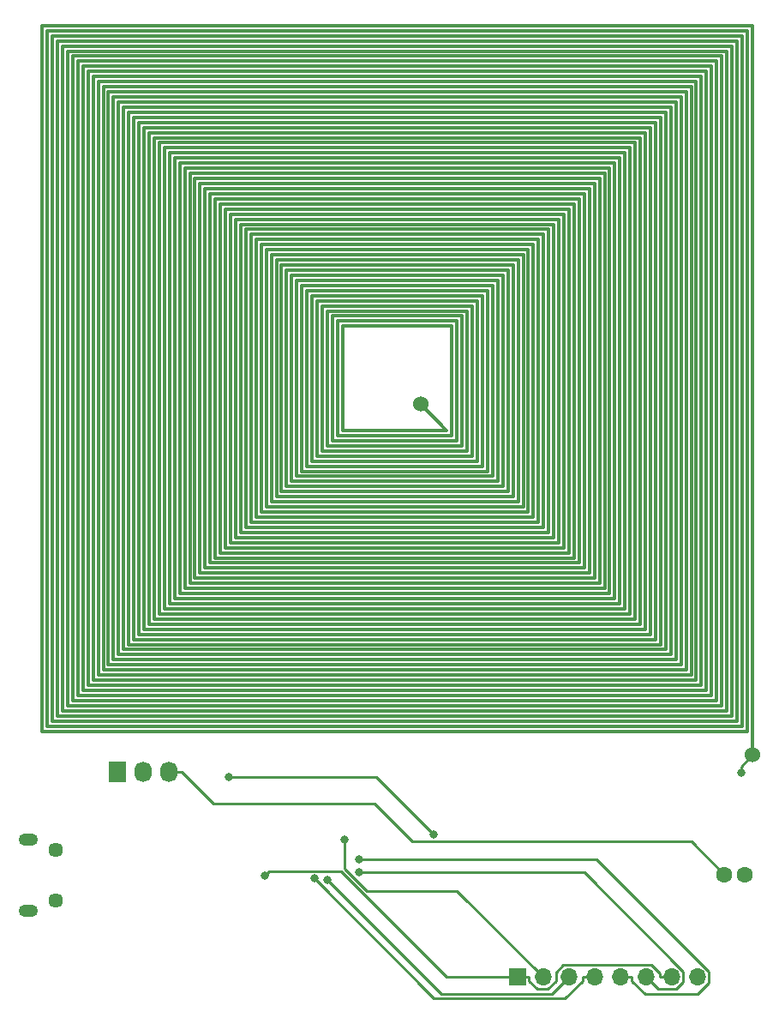
<source format=gbl>
%TF.GenerationSoftware,KiCad,Pcbnew,(6.0.7)*%
%TF.CreationDate,2022-10-01T10:05:14-06:00*%
%TF.ProjectId,attiny_rfid_light,61747469-6e79-45f7-9266-69645f6c6967,rev?*%
%TF.SameCoordinates,Original*%
%TF.FileFunction,Copper,L2,Bot*%
%TF.FilePolarity,Positive*%
%FSLAX46Y46*%
G04 Gerber Fmt 4.6, Leading zero omitted, Abs format (unit mm)*
G04 Created by KiCad (PCBNEW (6.0.7)) date 2022-10-01 10:05:14*
%MOMM*%
%LPD*%
G01*
G04 APERTURE LIST*
%TA.AperFunction,EtchedComponent*%
%ADD10C,0.300000*%
%TD*%
%TA.AperFunction,SMDPad,CuDef*%
%ADD11C,1.524000*%
%TD*%
%TA.AperFunction,ComponentPad*%
%ADD12C,1.524000*%
%TD*%
%TA.AperFunction,ComponentPad*%
%ADD13O,1.900000X1.200000*%
%TD*%
%TA.AperFunction,ComponentPad*%
%ADD14C,1.450000*%
%TD*%
%TA.AperFunction,ComponentPad*%
%ADD15R,1.700000X1.700000*%
%TD*%
%TA.AperFunction,ComponentPad*%
%ADD16O,1.700000X1.700000*%
%TD*%
%TA.AperFunction,ComponentPad*%
%ADD17R,1.730000X2.030000*%
%TD*%
%TA.AperFunction,ComponentPad*%
%ADD18O,1.730000X2.030000*%
%TD*%
%TA.AperFunction,ComponentPad*%
%ADD19C,1.600000*%
%TD*%
%TA.AperFunction,ViaPad*%
%ADD20C,0.800000*%
%TD*%
%TA.AperFunction,Conductor*%
%ADD21C,0.250000*%
%TD*%
G04 APERTURE END LIST*
D10*
X110212500Y-99870800D02*
X96894500Y-99870800D01*
X109709500Y-87558800D02*
X109709500Y-99367800D01*
X112727500Y-84540800D02*
X112727500Y-102385800D01*
X118260500Y-107918800D02*
X88846500Y-107918800D01*
X70235500Y-126529800D02*
X70235500Y-59893800D01*
X75265500Y-64923800D02*
X132344500Y-64923800D01*
X111218500Y-86049800D02*
X111218500Y-100876800D01*
X77277500Y-119487800D02*
X77277500Y-66935800D01*
X114739500Y-82528800D02*
X114739500Y-104397800D01*
X72750500Y-62408800D02*
X134859500Y-62408800D01*
X90858500Y-80516800D02*
X116751500Y-80516800D01*
X96391500Y-86049800D02*
X111218500Y-86049800D01*
X91361500Y-105403800D02*
X91361500Y-81019800D01*
X75768500Y-65426800D02*
X131841500Y-65426800D01*
X117757500Y-107415800D02*
X89349500Y-107415800D01*
X81804500Y-114960800D02*
X81804500Y-71462800D01*
X75768500Y-120996800D02*
X75768500Y-65426800D01*
X80295500Y-69953800D02*
X127314500Y-69953800D01*
X125805500Y-115463800D02*
X81301500Y-115463800D01*
X127314500Y-116972800D02*
X79792500Y-116972800D01*
X112224500Y-85043800D02*
X112224500Y-101882800D01*
X121781500Y-111439800D02*
X85325500Y-111439800D01*
X74762500Y-122002800D02*
X74762500Y-64420800D01*
X128823500Y-68444800D02*
X128823500Y-118481800D01*
X138380500Y-128038800D02*
X68726500Y-128038800D01*
X126308500Y-70959800D02*
X126308500Y-115966800D01*
X95385500Y-85043800D02*
X112224500Y-85043800D01*
X133853500Y-63414800D02*
X133853500Y-123511800D01*
X88343500Y-78001800D02*
X119266500Y-78001800D01*
X80798500Y-70456800D02*
X126811500Y-70456800D01*
X115242500Y-104900800D02*
X91864500Y-104900800D01*
X69229500Y-58887800D02*
X138380500Y-58887800D01*
X88846500Y-107918800D02*
X88846500Y-78504800D01*
X74259500Y-63917800D02*
X133350500Y-63917800D01*
X74762500Y-64420800D02*
X132847500Y-64420800D01*
X119266500Y-78001800D02*
X119266500Y-108924800D01*
X95888500Y-100876800D02*
X95888500Y-85546800D01*
X76774500Y-66432800D02*
X130835500Y-66432800D01*
X121781500Y-75486800D02*
X121781500Y-111439800D01*
X70738500Y-60396800D02*
X136871500Y-60396800D01*
X125805500Y-71462800D02*
X125805500Y-115463800D01*
X116751500Y-106409800D02*
X90355500Y-106409800D01*
X122787500Y-112445800D02*
X84319500Y-112445800D01*
X126811500Y-70456800D02*
X126811500Y-116469800D01*
X69732500Y-127032800D02*
X69732500Y-59390800D01*
X97900500Y-98864800D02*
X97900500Y-87558800D01*
X129829500Y-67438800D02*
X129829500Y-119487800D01*
X135362500Y-125020800D02*
X71744500Y-125020800D01*
X130835500Y-120493800D02*
X76271500Y-120493800D01*
X117254500Y-80013800D02*
X117254500Y-106912800D01*
X90355500Y-106409800D02*
X90355500Y-80013800D01*
X75265500Y-121499800D02*
X75265500Y-64923800D01*
X78786500Y-117978800D02*
X78786500Y-68444800D01*
X80295500Y-116469800D02*
X80295500Y-69953800D01*
X136368500Y-60899800D02*
X136368500Y-126026800D01*
X126308500Y-115966800D02*
X80798500Y-115966800D01*
X93876500Y-102888800D02*
X93876500Y-83534800D01*
X135865500Y-125523800D02*
X71241500Y-125523800D01*
X127314500Y-69953800D02*
X127314500Y-116972800D01*
X83816500Y-112948800D02*
X83816500Y-73474800D01*
X129326500Y-118984800D02*
X77780500Y-118984800D01*
X87840500Y-108924800D02*
X87840500Y-77498800D01*
X116248500Y-81019800D02*
X116248500Y-105906800D01*
X113733500Y-103391800D02*
X93373500Y-103391800D01*
X77277500Y-66935800D02*
X130332500Y-66935800D01*
X88343500Y-108421800D02*
X88343500Y-78001800D01*
X77780500Y-67438800D02*
X129829500Y-67438800D01*
X127817500Y-117475800D02*
X79289500Y-117475800D01*
X130835500Y-66432800D02*
X130835500Y-120493800D01*
X91864500Y-104900800D02*
X91864500Y-81522800D01*
X108703500Y-98361800D02*
X98403500Y-98361800D01*
X73253500Y-123511800D02*
X73253500Y-62911800D01*
X119769500Y-109427800D02*
X87337500Y-109427800D01*
X83313500Y-113451800D02*
X83313500Y-72971800D01*
X115242500Y-82025800D02*
X115242500Y-104900800D01*
X128320500Y-68947800D02*
X128320500Y-117978800D01*
X82307500Y-71965800D02*
X125302500Y-71965800D01*
X108703500Y-98361800D02*
X106093500Y-95751800D01*
X90858500Y-105906800D02*
X90858500Y-80516800D01*
X71241500Y-60899800D02*
X136368500Y-60899800D01*
X118763500Y-108421800D02*
X88343500Y-108421800D01*
X95385500Y-101379800D02*
X95385500Y-85043800D01*
X92870500Y-82528800D02*
X114739500Y-82528800D01*
X109206500Y-88061800D02*
X109206500Y-98864800D01*
X87840500Y-77498800D02*
X119769500Y-77498800D01*
X117757500Y-79510800D02*
X117757500Y-107415800D01*
X119266500Y-108924800D02*
X87840500Y-108924800D01*
X133350500Y-123008800D02*
X73756500Y-123008800D01*
X85828500Y-110936800D02*
X85828500Y-75486800D01*
X73253500Y-62911800D02*
X134356500Y-62911800D01*
X137877500Y-127535800D02*
X69229500Y-127535800D01*
X120775500Y-110433800D02*
X86331500Y-110433800D01*
X79289500Y-117475800D02*
X79289500Y-68947800D01*
X134859500Y-124517800D02*
X72247500Y-124517800D01*
X86331500Y-110433800D02*
X86331500Y-75989800D01*
X89852500Y-106912800D02*
X89852500Y-79510800D01*
X130332500Y-119990800D02*
X76774500Y-119990800D01*
X83313500Y-72971800D02*
X124296500Y-72971800D01*
X94379500Y-102385800D02*
X94379500Y-84037800D01*
X120272500Y-109930800D02*
X86834500Y-109930800D01*
X133853500Y-123511800D02*
X73253500Y-123511800D01*
X114739500Y-104397800D02*
X92367500Y-104397800D01*
X120775500Y-76492800D02*
X120775500Y-110433800D01*
X70738500Y-126026800D02*
X70738500Y-60396800D01*
X84319500Y-73977800D02*
X123290500Y-73977800D01*
X90355500Y-80013800D02*
X117254500Y-80013800D01*
X109206500Y-98864800D02*
X97900500Y-98864800D01*
X72750500Y-124014800D02*
X72750500Y-62408800D01*
X128823500Y-118481800D02*
X78283500Y-118481800D01*
X125302500Y-114960800D02*
X81804500Y-114960800D01*
X89852500Y-79510800D02*
X117757500Y-79510800D01*
X123290500Y-112948800D02*
X83816500Y-112948800D01*
X116751500Y-80516800D02*
X116751500Y-106409800D01*
X86331500Y-75989800D02*
X121278500Y-75989800D01*
X81301500Y-70959800D02*
X126308500Y-70959800D01*
X88846500Y-78504800D02*
X118763500Y-78504800D01*
X113230500Y-84037800D02*
X113230500Y-102888800D01*
X111721500Y-85546800D02*
X111721500Y-101379800D01*
X82810500Y-113954800D02*
X82810500Y-72468800D01*
X111218500Y-100876800D02*
X95888500Y-100876800D01*
X138380500Y-58887800D02*
X138380500Y-128038800D01*
X113230500Y-102888800D02*
X93876500Y-102888800D01*
X122787500Y-74480800D02*
X122787500Y-112445800D01*
X86834500Y-109930800D02*
X86834500Y-76492800D01*
X129829500Y-119487800D02*
X77277500Y-119487800D01*
X118763500Y-78504800D02*
X118763500Y-108421800D01*
X97397500Y-99367800D02*
X97397500Y-87055800D01*
X132344500Y-122002800D02*
X74762500Y-122002800D01*
X84319500Y-112445800D02*
X84319500Y-73977800D01*
X89349500Y-79007800D02*
X118260500Y-79007800D01*
X73756500Y-123008800D02*
X73756500Y-63414800D01*
X95888500Y-85546800D02*
X111721500Y-85546800D01*
X85325500Y-74983800D02*
X122284500Y-74983800D01*
X79792500Y-116972800D02*
X79792500Y-69450800D01*
X137877500Y-59390800D02*
X137877500Y-127535800D01*
X98403500Y-98361800D02*
X98403500Y-88061800D01*
X124799500Y-114457800D02*
X82307500Y-114457800D01*
X115745500Y-105403800D02*
X91361500Y-105403800D01*
X94882500Y-84540800D02*
X112727500Y-84540800D01*
X68726500Y-58384800D02*
X138883500Y-58384800D01*
X133350500Y-63917800D02*
X133350500Y-123008800D01*
X134356500Y-124014800D02*
X72750500Y-124014800D01*
X125302500Y-71965800D02*
X125302500Y-114960800D01*
X92367500Y-82025800D02*
X115242500Y-82025800D01*
X116248500Y-105906800D02*
X90858500Y-105906800D01*
X98403500Y-88061800D02*
X109206500Y-88061800D01*
X136368500Y-126026800D02*
X70738500Y-126026800D01*
X115745500Y-81522800D02*
X115745500Y-105403800D01*
X118260500Y-79007800D02*
X118260500Y-107918800D01*
X93373500Y-83031800D02*
X114236500Y-83031800D01*
X77780500Y-118984800D02*
X77780500Y-67438800D01*
X97397500Y-87055800D02*
X110212500Y-87055800D01*
X82307500Y-114457800D02*
X82307500Y-71965800D01*
X132847500Y-64420800D02*
X132847500Y-122505800D01*
X121278500Y-110936800D02*
X85828500Y-110936800D01*
X86834500Y-76492800D02*
X120775500Y-76492800D01*
X124296500Y-72971800D02*
X124296500Y-113954800D01*
X138883500Y-58384800D02*
X138883500Y-128541800D01*
X110715500Y-100373800D02*
X96391500Y-100373800D01*
X71744500Y-61402800D02*
X135865500Y-61402800D01*
X122284500Y-111942800D02*
X84822500Y-111942800D01*
X79792500Y-69450800D02*
X127817500Y-69450800D01*
X128320500Y-117978800D02*
X78786500Y-117978800D01*
X97900500Y-87558800D02*
X109709500Y-87558800D01*
X87337500Y-76995800D02*
X120272500Y-76995800D01*
X136871500Y-60396800D02*
X136871500Y-126529800D01*
X92367500Y-104397800D02*
X92367500Y-82025800D01*
X113733500Y-83534800D02*
X113733500Y-103391800D01*
X96894500Y-99870800D02*
X96894500Y-86552800D01*
X76774500Y-119990800D02*
X76774500Y-66432800D01*
X123290500Y-73977800D02*
X123290500Y-112948800D01*
X76271500Y-65929800D02*
X131338500Y-65929800D01*
X72247500Y-61905800D02*
X135362500Y-61905800D01*
X137374500Y-59893800D02*
X137374500Y-127032800D01*
X135865500Y-61402800D02*
X135865500Y-125523800D01*
X96894500Y-86552800D02*
X110715500Y-86552800D01*
X84822500Y-74480800D02*
X122787500Y-74480800D01*
X134859500Y-62408800D02*
X134859500Y-124517800D01*
X122284500Y-74983800D02*
X122284500Y-111942800D01*
X71744500Y-125020800D02*
X71744500Y-61402800D01*
X93373500Y-103391800D02*
X93373500Y-83031800D01*
X126811500Y-116469800D02*
X80295500Y-116469800D01*
X80798500Y-115966800D02*
X80798500Y-70456800D01*
X131841500Y-65426800D02*
X131841500Y-121499800D01*
X109709500Y-99367800D02*
X97397500Y-99367800D01*
X111721500Y-101379800D02*
X95385500Y-101379800D01*
X89349500Y-107415800D02*
X89349500Y-79007800D01*
X83816500Y-73474800D02*
X123793500Y-73474800D01*
X91361500Y-81019800D02*
X116248500Y-81019800D01*
X132847500Y-122505800D02*
X74259500Y-122505800D01*
X85828500Y-75486800D02*
X121781500Y-75486800D01*
X91864500Y-81522800D02*
X115745500Y-81522800D01*
X73756500Y-63414800D02*
X133853500Y-63414800D01*
X131338500Y-65929800D02*
X131338500Y-120996800D01*
X110212500Y-87055800D02*
X110212500Y-99870800D01*
X81804500Y-71462800D02*
X125805500Y-71462800D01*
X79289500Y-68947800D02*
X128320500Y-68947800D01*
X94379500Y-84037800D02*
X113230500Y-84037800D01*
X72247500Y-124517800D02*
X72247500Y-61905800D01*
X123793500Y-113451800D02*
X83313500Y-113451800D01*
X117254500Y-106912800D02*
X89852500Y-106912800D01*
X119769500Y-77498800D02*
X119769500Y-109427800D01*
X131338500Y-120996800D02*
X75768500Y-120996800D01*
X78283500Y-67941800D02*
X129326500Y-67941800D01*
X69229500Y-127535800D02*
X69229500Y-58887800D01*
X92870500Y-103894800D02*
X92870500Y-82528800D01*
X124296500Y-113954800D02*
X82810500Y-113954800D01*
X76271500Y-120493800D02*
X76271500Y-65929800D01*
X87337500Y-109427800D02*
X87337500Y-76995800D01*
X130332500Y-66935800D02*
X130332500Y-119990800D01*
X136871500Y-126529800D02*
X70235500Y-126529800D01*
X137374500Y-127032800D02*
X69732500Y-127032800D01*
X110715500Y-86552800D02*
X110715500Y-100373800D01*
X74259500Y-122505800D02*
X74259500Y-63917800D01*
X138883500Y-128541800D02*
X138883500Y-130445018D01*
X114236500Y-83031800D02*
X114236500Y-103894800D01*
X82810500Y-72468800D02*
X124799500Y-72468800D01*
X84822500Y-111942800D02*
X84822500Y-74480800D01*
X78786500Y-68444800D02*
X128823500Y-68444800D01*
X127817500Y-69450800D02*
X127817500Y-117475800D01*
X71241500Y-125523800D02*
X71241500Y-60899800D01*
X135362500Y-61905800D02*
X135362500Y-125020800D01*
X112727500Y-102385800D02*
X94379500Y-102385800D01*
X132344500Y-64923800D02*
X132344500Y-122002800D01*
X69732500Y-59390800D02*
X137877500Y-59390800D01*
X93876500Y-83534800D02*
X113733500Y-83534800D01*
X124799500Y-72468800D02*
X124799500Y-114457800D01*
X131841500Y-121499800D02*
X75265500Y-121499800D01*
X120272500Y-76995800D02*
X120272500Y-109930800D01*
X112224500Y-101882800D02*
X94882500Y-101882800D01*
X68726500Y-128038800D02*
X68726500Y-58384800D01*
X70235500Y-59893800D02*
X137374500Y-59893800D01*
X96391500Y-100373800D02*
X96391500Y-86049800D01*
X78283500Y-118481800D02*
X78283500Y-67941800D01*
X81301500Y-115463800D02*
X81301500Y-70959800D01*
X134356500Y-62911800D02*
X134356500Y-124014800D01*
X121278500Y-75989800D02*
X121278500Y-110936800D01*
X85325500Y-111439800D02*
X85325500Y-74983800D01*
X123793500Y-73474800D02*
X123793500Y-113451800D01*
X129326500Y-67941800D02*
X129326500Y-118984800D01*
X94882500Y-101882800D02*
X94882500Y-84540800D01*
X114236500Y-103894800D02*
X92870500Y-103894800D01*
D11*
X138937635Y-130394246D03*
D12*
X106093500Y-95751800D03*
D13*
X67342500Y-145740000D03*
D14*
X70042500Y-139740000D03*
D13*
X67342500Y-138740000D03*
D14*
X70042500Y-144740000D03*
D15*
X115658600Y-152313700D03*
D16*
X118198600Y-152313700D03*
X120738600Y-152313700D03*
X123278600Y-152313700D03*
X125818600Y-152313700D03*
X128358600Y-152313700D03*
X130898600Y-152313700D03*
X133438600Y-152313700D03*
D17*
X76200000Y-132080000D03*
D18*
X78740000Y-132080000D03*
X81280000Y-132080000D03*
D19*
X138127000Y-142200000D03*
X136127000Y-142200000D03*
D20*
X95596000Y-142587400D03*
X87194200Y-132583000D03*
X107379300Y-138221700D03*
X137805800Y-132173500D03*
X100033700Y-141978000D03*
X100015600Y-140697700D03*
X96929500Y-142758000D03*
X98629300Y-138751600D03*
X90725300Y-142274800D03*
D21*
X123278600Y-152313700D02*
X122103300Y-152313700D01*
X122103300Y-152681000D02*
X122103300Y-152313700D01*
X120368000Y-154416300D02*
X122103300Y-152681000D01*
X107424900Y-154416300D02*
X120368000Y-154416300D01*
X95596000Y-142587400D02*
X107424900Y-154416300D01*
X101740600Y-132583000D02*
X107379300Y-138221700D01*
X87194200Y-132583000D02*
X101740600Y-132583000D01*
X137805800Y-131526000D02*
X137805800Y-132173500D01*
X138937600Y-130394200D02*
X137805800Y-131526000D01*
X122261000Y-141978000D02*
X100033700Y-141978000D01*
X132076700Y-151793700D02*
X122261000Y-141978000D01*
X132076700Y-152823200D02*
X132076700Y-151793700D01*
X131394300Y-153505600D02*
X132076700Y-152823200D01*
X129550500Y-153505600D02*
X131394300Y-153505600D01*
X128358600Y-152313700D02*
X129550500Y-153505600D01*
X125818600Y-152313700D02*
X126993900Y-152313700D01*
X123513400Y-140697700D02*
X100015600Y-140697700D01*
X134614000Y-151798300D02*
X123513400Y-140697700D01*
X134614000Y-152855000D02*
X134614000Y-151798300D01*
X133461400Y-154007600D02*
X134614000Y-152855000D01*
X128320500Y-154007600D02*
X133461400Y-154007600D01*
X126993900Y-152681000D02*
X128320500Y-154007600D01*
X126993900Y-152313700D02*
X126993900Y-152681000D01*
X108137500Y-153966000D02*
X96929500Y-142758000D01*
X119086300Y-153966000D02*
X108137500Y-153966000D01*
X120738600Y-152313700D02*
X119086300Y-153966000D01*
X109670600Y-143785700D02*
X118198600Y-152313700D01*
X100815700Y-143785700D02*
X109670600Y-143785700D01*
X98629300Y-141599300D02*
X100815700Y-143785700D01*
X98629300Y-138751600D02*
X98629300Y-141599300D01*
X81280000Y-132080000D02*
X82470300Y-132080000D01*
X85605400Y-135215100D02*
X82470300Y-132080000D01*
X101576100Y-135215100D02*
X85605400Y-135215100D01*
X105308100Y-138947100D02*
X101576100Y-135215100D01*
X132874100Y-138947100D02*
X105308100Y-138947100D01*
X136127000Y-142200000D02*
X132874100Y-138947100D01*
X129723300Y-151948400D02*
X129723300Y-152313700D01*
X128907800Y-151132900D02*
X129723300Y-151948400D01*
X120226600Y-151132900D02*
X128907800Y-151132900D01*
X119468600Y-151890900D02*
X120226600Y-151132900D01*
X119468600Y-152714100D02*
X119468600Y-151890900D01*
X118689200Y-153493500D02*
X119468600Y-152714100D01*
X117646400Y-153493500D02*
X118689200Y-153493500D01*
X116833900Y-152681000D02*
X117646400Y-153493500D01*
X116833900Y-152313700D02*
X116833900Y-152681000D01*
X115658600Y-152313700D02*
X116833900Y-152313700D01*
X115658600Y-152313700D02*
X114483300Y-152313700D01*
X130898600Y-152313700D02*
X129723300Y-152313700D01*
X108706800Y-152313700D02*
X114483300Y-152313700D01*
X98255200Y-141862100D02*
X108706800Y-152313700D01*
X91138000Y-141862100D02*
X98255200Y-141862100D01*
X90725300Y-142274800D02*
X91138000Y-141862100D01*
M02*

</source>
